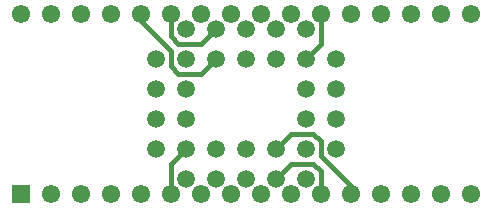
<source format=gtl>
G04 (created by PCBNEW (2013-jun-18)-testing) date Sun 14 Jul 2013 06:48:57 PM EEST*
%MOIN*%
G04 Gerber Fmt 3.4, Leading zero omitted, Abs format*
%FSLAX34Y34*%
G01*
G70*
G90*
G04 APERTURE LIST*
%ADD10C,0.005906*%
%ADD11R,0.061024X0.061024*%
%ADD12C,0.061024*%
%ADD13C,0.059055*%
%ADD14C,0.016000*%
G04 APERTURE END LIST*
G54D10*
G54D11*
X750Y750D03*
G54D12*
X1750Y750D03*
X2750Y750D03*
X3750Y750D03*
X4750Y750D03*
X5750Y750D03*
X6750Y750D03*
X7750Y750D03*
X8750Y750D03*
X9750Y750D03*
X10750Y750D03*
X11750Y750D03*
X12750Y750D03*
X13750Y750D03*
X14750Y750D03*
X15750Y750D03*
X15750Y6750D03*
X14750Y6750D03*
X13750Y6750D03*
X12750Y6750D03*
X11750Y6750D03*
X10750Y6750D03*
X9750Y6750D03*
X8750Y6750D03*
X7750Y6750D03*
X6750Y6750D03*
X5750Y6750D03*
X4750Y6750D03*
X3750Y6750D03*
X2750Y6750D03*
X1750Y6750D03*
X750Y6750D03*
G54D13*
X5250Y3250D03*
X6250Y4250D03*
X6250Y3250D03*
X5250Y2250D03*
X6250Y1250D03*
X6250Y2250D03*
X7250Y1250D03*
X7250Y2250D03*
X8250Y1250D03*
X8250Y2250D03*
X9250Y1250D03*
X9250Y2250D03*
X10250Y1250D03*
X11250Y2250D03*
X10250Y2250D03*
X11250Y3250D03*
X10250Y3250D03*
X11250Y4250D03*
X10250Y4250D03*
X11250Y5250D03*
X10250Y6250D03*
X10250Y5250D03*
X9250Y6250D03*
X9250Y5250D03*
X8250Y6250D03*
X8250Y5250D03*
X7250Y6250D03*
X5250Y4250D03*
X7250Y5250D03*
X6250Y6250D03*
X5250Y5250D03*
X6250Y5250D03*
G54D14*
X9250Y2250D02*
X9750Y2750D01*
X11750Y1000D02*
X11750Y750D01*
X10750Y2000D02*
X11750Y1000D01*
X10750Y2500D02*
X10750Y2000D01*
X10500Y2750D02*
X10750Y2500D01*
X9750Y2750D02*
X10500Y2750D01*
X10750Y1500D02*
X10750Y750D01*
X10500Y1750D02*
X10750Y1500D01*
X9750Y1750D02*
X10500Y1750D01*
X9250Y1250D02*
X9750Y1750D01*
X7250Y5250D02*
X6750Y4750D01*
X4750Y6500D02*
X4750Y6750D01*
X5750Y5500D02*
X4750Y6500D01*
X5750Y5000D02*
X5750Y5500D01*
X6000Y4750D02*
X5750Y5000D01*
X6750Y4750D02*
X6000Y4750D01*
X6250Y2250D02*
X5750Y1750D01*
X5750Y1750D02*
X5750Y750D01*
X7250Y6250D02*
X6750Y5750D01*
X5750Y6000D02*
X5750Y6750D01*
X6000Y5750D02*
X5750Y6000D01*
X6750Y5750D02*
X6000Y5750D01*
X10750Y6750D02*
X10750Y5750D01*
X10750Y5750D02*
X10250Y5250D01*
M02*

</source>
